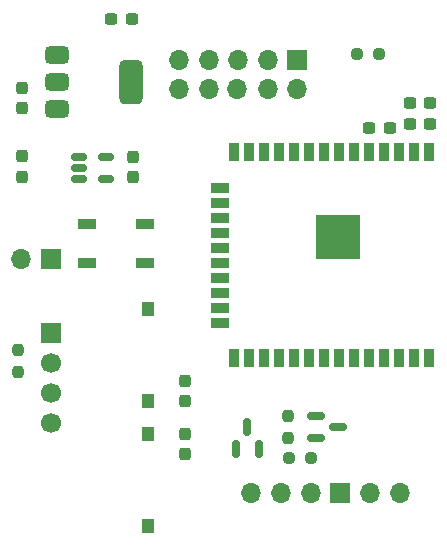
<source format=gbr>
%TF.GenerationSoftware,KiCad,Pcbnew,9.0.1*%
%TF.CreationDate,2025-10-26T23:50:52+01:00*%
%TF.ProjectId,onyks-iot-esp32-storage-rfid,6f6e796b-732d-4696-9f74-2d6573703332,rev?*%
%TF.SameCoordinates,Original*%
%TF.FileFunction,Soldermask,Top*%
%TF.FilePolarity,Negative*%
%FSLAX46Y46*%
G04 Gerber Fmt 4.6, Leading zero omitted, Abs format (unit mm)*
G04 Created by KiCad (PCBNEW 9.0.1) date 2025-10-26 23:50:52*
%MOMM*%
%LPD*%
G01*
G04 APERTURE LIST*
G04 Aperture macros list*
%AMRoundRect*
0 Rectangle with rounded corners*
0 $1 Rounding radius*
0 $2 $3 $4 $5 $6 $7 $8 $9 X,Y pos of 4 corners*
0 Add a 4 corners polygon primitive as box body*
4,1,4,$2,$3,$4,$5,$6,$7,$8,$9,$2,$3,0*
0 Add four circle primitives for the rounded corners*
1,1,$1+$1,$2,$3*
1,1,$1+$1,$4,$5*
1,1,$1+$1,$6,$7*
1,1,$1+$1,$8,$9*
0 Add four rect primitives between the rounded corners*
20,1,$1+$1,$2,$3,$4,$5,0*
20,1,$1+$1,$4,$5,$6,$7,0*
20,1,$1+$1,$6,$7,$8,$9,0*
20,1,$1+$1,$8,$9,$2,$3,0*%
G04 Aperture macros list end*
%ADD10RoundRect,0.237500X0.300000X0.237500X-0.300000X0.237500X-0.300000X-0.237500X0.300000X-0.237500X0*%
%ADD11RoundRect,0.237500X-0.250000X-0.237500X0.250000X-0.237500X0.250000X0.237500X-0.250000X0.237500X0*%
%ADD12R,1.700000X1.700000*%
%ADD13C,1.700000*%
%ADD14R,1.000000X1.250000*%
%ADD15R,0.900000X1.500000*%
%ADD16R,1.500000X0.900000*%
%ADD17C,0.600000*%
%ADD18R,3.800000X3.800000*%
%ADD19RoundRect,0.237500X0.237500X-0.250000X0.237500X0.250000X-0.237500X0.250000X-0.237500X-0.250000X0*%
%ADD20RoundRect,0.237500X-0.300000X-0.237500X0.300000X-0.237500X0.300000X0.237500X-0.300000X0.237500X0*%
%ADD21RoundRect,0.090000X-0.660000X-0.360000X0.660000X-0.360000X0.660000X0.360000X-0.660000X0.360000X0*%
%ADD22RoundRect,0.150000X-0.587500X-0.150000X0.587500X-0.150000X0.587500X0.150000X-0.587500X0.150000X0*%
%ADD23RoundRect,0.237500X0.237500X-0.300000X0.237500X0.300000X-0.237500X0.300000X-0.237500X-0.300000X0*%
%ADD24RoundRect,0.150000X0.150000X-0.587500X0.150000X0.587500X-0.150000X0.587500X-0.150000X-0.587500X0*%
%ADD25O,1.700000X1.700000*%
%ADD26RoundRect,0.150000X-0.512500X-0.150000X0.512500X-0.150000X0.512500X0.150000X-0.512500X0.150000X0*%
%ADD27RoundRect,0.375000X-0.625000X-0.375000X0.625000X-0.375000X0.625000X0.375000X-0.625000X0.375000X0*%
%ADD28RoundRect,0.500000X-0.500000X-1.400000X0.500000X-1.400000X0.500000X1.400000X-0.500000X1.400000X0*%
%ADD29RoundRect,0.237500X-0.237500X0.300000X-0.237500X-0.300000X0.237500X-0.300000X0.237500X0.300000X0*%
%ADD30RoundRect,0.237500X0.250000X0.237500X-0.250000X0.237500X-0.250000X-0.237500X0.250000X-0.237500X0*%
G04 APERTURE END LIST*
D10*
%TO.C,C9*%
X141070500Y-94234000D03*
X139345500Y-94234000D03*
%TD*%
D11*
%TO.C,R1*%
X160175000Y-97200000D03*
X162000000Y-97200000D03*
%TD*%
D12*
%TO.C,J4*%
X134200000Y-120800000D03*
D13*
X134200000Y-123340000D03*
X134200000Y-125880000D03*
X134200000Y-128420000D03*
%TD*%
D14*
%TO.C,SW4*%
X142400000Y-118850000D03*
X142400000Y-126600000D03*
%TD*%
D15*
%TO.C,U1*%
X166270000Y-105500000D03*
X165000000Y-105500000D03*
X163730000Y-105500000D03*
X162460000Y-105500000D03*
X161190000Y-105500000D03*
X159920000Y-105500000D03*
X158650000Y-105500000D03*
X157380000Y-105500000D03*
X156110000Y-105500000D03*
X154840000Y-105500000D03*
X153570000Y-105500000D03*
X152300000Y-105500000D03*
X151030000Y-105500000D03*
X149760000Y-105500000D03*
D16*
X148510000Y-108540000D03*
X148510000Y-109810000D03*
X148510000Y-111080000D03*
X148510000Y-112350000D03*
X148510000Y-113620000D03*
X148510000Y-114890000D03*
X148510000Y-116160000D03*
X148510000Y-117430000D03*
X148510000Y-118700000D03*
X148510000Y-119970000D03*
D15*
X149760000Y-123000000D03*
X151030000Y-123000000D03*
X152300000Y-123000000D03*
X153570000Y-123000000D03*
X154840000Y-123000000D03*
X156110000Y-123000000D03*
X157380000Y-123000000D03*
X158650000Y-123000000D03*
X159920000Y-123000000D03*
X161190000Y-123000000D03*
X162460000Y-123000000D03*
X163730000Y-123000000D03*
X165000000Y-123000000D03*
X166270000Y-123000000D03*
D17*
X159250000Y-111350000D03*
X157850000Y-111350000D03*
X159950000Y-112050000D03*
X158550000Y-112050000D03*
X157150000Y-112050000D03*
X159250000Y-112725000D03*
X157850000Y-112725000D03*
D18*
X158550000Y-112750000D03*
D17*
X159950000Y-113450000D03*
X158550000Y-113450000D03*
X157150000Y-113450000D03*
X159250000Y-114150000D03*
X157850000Y-114150000D03*
%TD*%
D19*
%TO.C,R3*%
X154305000Y-129690500D03*
X154305000Y-127865500D03*
%TD*%
D20*
%TO.C,C1*%
X161189500Y-103505000D03*
X162914500Y-103505000D03*
%TD*%
%TO.C,C2*%
X164618500Y-103124000D03*
X166343500Y-103124000D03*
%TD*%
%TO.C,C3*%
X164618500Y-101346000D03*
X166343500Y-101346000D03*
%TD*%
D21*
%TO.C,D1*%
X137300000Y-111600000D03*
X137300000Y-114900000D03*
X142200000Y-114900000D03*
X142200000Y-111600000D03*
%TD*%
D19*
%TO.C,R4*%
X131400000Y-124105000D03*
X131400000Y-122280000D03*
%TD*%
D22*
%TO.C,Q2*%
X156621000Y-127828000D03*
X156621000Y-129728000D03*
X158496000Y-128778000D03*
%TD*%
D23*
%TO.C,C4*%
X131800000Y-107600000D03*
X131800000Y-105875000D03*
%TD*%
D24*
%TO.C,Q1*%
X149900000Y-130653000D03*
X151800000Y-130653000D03*
X150850000Y-128778000D03*
%TD*%
D12*
%TO.C,J3*%
X155080000Y-97700000D03*
D25*
X152580000Y-97700000D03*
X150080000Y-97700000D03*
X147580000Y-97700000D03*
X145080000Y-97700000D03*
X152580000Y-100200000D03*
X147580000Y-100200000D03*
X145080000Y-100200000D03*
X150000000Y-100200000D03*
X155080000Y-100200000D03*
%TD*%
D26*
%TO.C,U2*%
X136600000Y-105900000D03*
X136600000Y-106850000D03*
X136600000Y-107800000D03*
X138875000Y-107800000D03*
X138875000Y-105900000D03*
%TD*%
D23*
%TO.C,C6*%
X131800000Y-101800000D03*
X131800000Y-100075000D03*
%TD*%
D12*
%TO.C,J2*%
X158700000Y-134400000D03*
D25*
X151200000Y-134400000D03*
X161200000Y-134400000D03*
X163740000Y-134400000D03*
X156200000Y-134400000D03*
X153700000Y-134400000D03*
%TD*%
D27*
%TO.C,U3*%
X134700000Y-97300000D03*
X134700000Y-99600000D03*
D28*
X141000000Y-99600000D03*
D27*
X134700000Y-101900000D03*
%TD*%
D14*
%TO.C,SW3*%
X142400000Y-137150000D03*
X142400000Y-129400000D03*
%TD*%
D29*
%TO.C,C5*%
X141150000Y-105900000D03*
X141150000Y-107625000D03*
%TD*%
D12*
%TO.C,J1*%
X134200000Y-114600000D03*
D25*
X131660000Y-114600000D03*
%TD*%
D29*
%TO.C,C8*%
X145600000Y-124875000D03*
X145600000Y-126600000D03*
%TD*%
D30*
%TO.C,R2*%
X156233500Y-131445000D03*
X154408500Y-131445000D03*
%TD*%
D23*
%TO.C,C7*%
X145600000Y-131125000D03*
X145600000Y-129400000D03*
%TD*%
M02*

</source>
